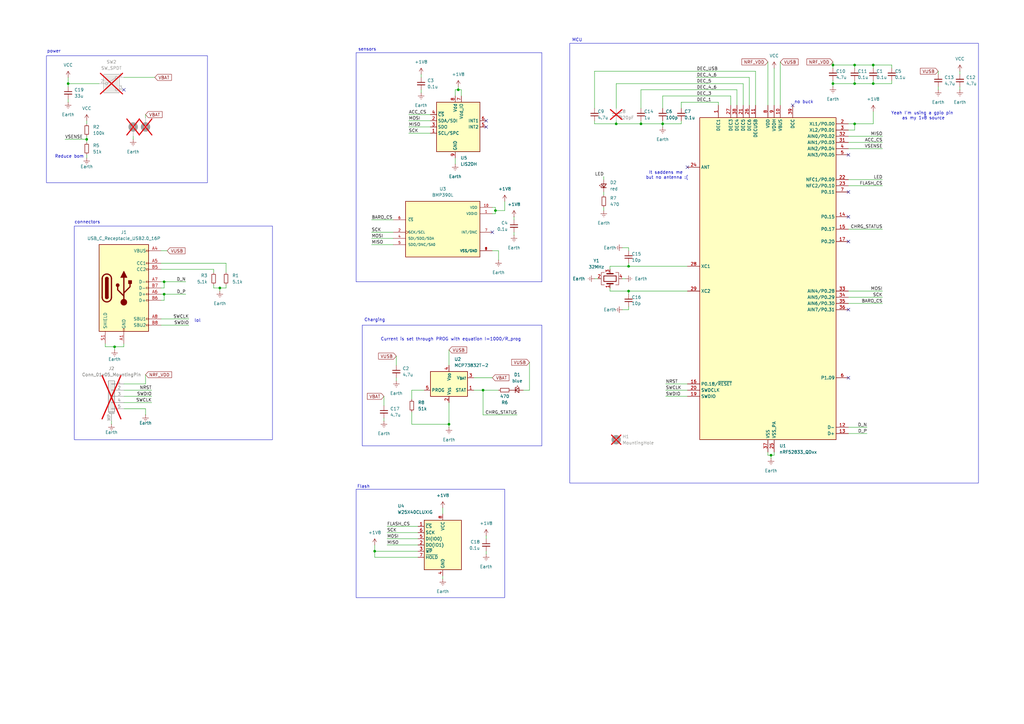
<source format=kicad_sch>
(kicad_sch (version 20231120) (generator "eeschema") (generator_version "8.0")
  (paper "A3")
  (lib_symbols
    (symbol "BMP390L:BMP390L" (pin_names (offset 1.016))
      (property "Reference" "U" (at -15.24 15.24 0))
      (property "Value" "BMP390L" (at -15.24 -15.24 0))
      (symbol "BMP390L_0_0"
        (pin power_in line (at 20.32 7.62 180) (length 5.08) (name "VDDIO") (number "1"))
        (pin power_in line (at 20.32 10.16 180) (length 5.08) (name "VDD") (number "10"))
        (pin input clock (at -20.32 0 0) (length 5.08) (name "SCK/SCL") (number "2"))
        (pin power_in line (at 20.32 -7.62 180) (length 5.08) (name "VSS/GND") (number "3"))
        (pin bidirectional line (at -20.32 -2.54 0) (length 5.08) (name "SDI/SDO/SDA") (number "4"))
        (pin bidirectional line (at -20.32 -5.08 0) (length 5.08) (name "SDO/DNC/SA0") (number "5"))
        (pin input line (at -20.32 5.08 0) (length 5.08) (name "~{CS}") (number "6"))
        (pin output line (at 20.32 0 180) (length 5.08) (name "INT/DNC") (number "7"))
        (pin power_in line (at 20.32 -7.62 180) (length 5.08) (name "VSS/GND") (number "8"))
        (pin power_in line (at 20.32 -7.62 180) (length 5.08) (name "VSS/GND") (number "9"))
      )
    )
    (symbol "Battery_Management:MCP73832-2-OT"
      (property "Reference" "U" (at -7.62 6.35 0))
      (property "Value" "MCP73832-2-OT" (at 1.27 6.35 0))
      (symbol "MCP73832-2-OT_1_1"
        (pin open_collector line (at 10.16 -2.54 180) (length 2.54) (name "STAT") (number "1"))
        (pin power_in line (at 0 -7.62 90) (length 2.54) (name "V_{SS}") (number "2"))
        (pin power_out line (at 10.16 2.54 180) (length 2.54) (name "V_{BAT}") (number "3"))
        (pin power_in line (at 0 7.62 270) (length 2.54) (name "V_{DD}") (number "4"))
        (pin input line (at -10.16 -2.54 0) (length 2.54) (name "PROG") (number "5"))
      )
    )
    (symbol "Connector:USB_C_Receptacle_USB2.0_16P" (pin_names (offset 1.016))
      (property "Reference" "J" (at 0 22.225 0))
      (property "Value" "USB_C_Receptacle_USB2.0_16P" (at 0 19.685 0))
      (symbol "USB_C_Receptacle_USB2.0_16P_1_1"
        (pin passive line (at 0 -22.86 90) (length 5.08) (name "GND") (number "A1"))
        (pin passive line (at 0 -22.86 90) (length 5.08) hide (name "GND") (number "A12"))
        (pin passive line (at 15.24 15.24 180) (length 5.08) (name "VBUS") (number "A4"))
        (pin bidirectional line (at 15.24 10.16 180) (length 5.08) (name "CC1") (number "A5"))
        (pin bidirectional line (at 15.24 -2.54 180) (length 5.08) (name "D+") (number "A6"))
        (pin bidirectional line (at 15.24 2.54 180) (length 5.08) (name "D-") (number "A7"))
        (pin bidirectional line (at 15.24 -12.7 180) (length 5.08) (name "SBU1") (number "A8"))
        (pin passive line (at 15.24 15.24 180) (length 5.08) hide (name "VBUS") (number "A9"))
        (pin passive line (at 0 -22.86 90) (length 5.08) hide (name "GND") (number "B1"))
        (pin passive line (at 0 -22.86 90) (length 5.08) hide (name "GND") (number "B12"))
        (pin passive line (at 15.24 15.24 180) (length 5.08) hide (name "VBUS") (number "B4"))
        (pin bidirectional line (at 15.24 7.62 180) (length 5.08) (name "CC2") (number "B5"))
        (pin bidirectional line (at 15.24 -5.08 180) (length 5.08) (name "D+") (number "B6"))
        (pin bidirectional line (at 15.24 0 180) (length 5.08) (name "D-") (number "B7"))
        (pin bidirectional line (at 15.24 -15.24 180) (length 5.08) (name "SBU2") (number "B8"))
        (pin passive line (at 15.24 15.24 180) (length 5.08) hide (name "VBUS") (number "B9"))
        (pin passive line (at -7.62 -22.86 90) (length 5.08) (name "SHIELD") (number "S1"))
      )
    )
    (symbol "Connector_Generic_MountingPin:Conn_01x05_MountingPin" (pin_names (offset 1.016) hide)
      (property "Reference" "J" (at 0 7.62 0))
      (property "Value" "Conn_01x05_MountingPin" (at 1.27 -7.62 0))
      (symbol "Conn_01x05_MountingPin_1_1"
        (text "Mounting" (at 0 -6.731 0) (effects (font (size 0.381 0.381))))
        (pin passive line (at -5.08 5.08 0) (length 3.81) (name "Pin_1") (number "1"))
        (pin passive line (at -5.08 2.54 0) (length 3.81) (name "Pin_2") (number "2"))
        (pin passive line (at -5.08 0 0) (length 3.81) (name "Pin_3") (number "3"))
        (pin passive line (at -5.08 -2.54 0) (length 3.81) (name "Pin_4") (number "4"))
        (pin passive line (at -5.08 -5.08 0) (length 3.81) (name "Pin_5") (number "5"))
        (pin passive line (at 0 -10.16 90) (length 3.048) (name "MountPin") (number "MP"))
      )
    )
    (symbol "Device:C_Small" (pin_numbers hide) (pin_names (offset 0.254) hide)
      (property "Reference" "C" (at 0.254 1.778 0))
      (property "Value" "C_Small" (at 0.254 -2.032 0))
      (symbol "C_Small_1_1"
        (pin passive line (at 0 2.54 270) (length 2.032) (name "~") (number "1"))
        (pin passive line (at 0 -2.54 90) (length 2.032) (name "~") (number "2"))
      )
    )
    (symbol "Device:Crystal_GND24" (pin_names (offset 1.016) hide)
      (property "Reference" "Y" (at 3.175 5.08 0))
      (property "Value" "Crystal_GND24" (at 3.175 3.175 0))
      (symbol "Crystal_GND24_1_1"
        (pin passive line (at -3.81 0 0) (length 1.27) (name "1") (number "1"))
        (pin passive line (at 0 5.08 270) (length 1.27) (name "2") (number "2"))
        (pin passive line (at 3.81 0 180) (length 1.27) (name "3") (number "3"))
        (pin passive line (at 0 -5.08 90) (length 1.27) (name "4") (number "4"))
      )
    )
    (symbol "Device:LED_Small" (pin_numbers hide) (pin_names (offset 0.254) hide)
      (property "Reference" "D" (at -1.27 3.175 0))
      (property "Value" "LED_Small" (at -4.445 -2.54 0))
      (symbol "LED_Small_1_1"
        (pin passive line (at -2.54 0 0) (length 1.778) (name "K") (number "1"))
        (pin passive line (at 2.54 0 180) (length 1.778) (name "A") (number "2"))
      )
    )
    (symbol "Device:R_Small" (pin_numbers hide) (pin_names (offset 0.254) hide)
      (property "Reference" "R" (at 0.762 0.508 0))
      (property "Value" "R_Small" (at 0.762 -1.016 0))
      (symbol "R_Small_1_1"
        (pin passive line (at 0 2.54 270) (length 0.762) (name "~") (number "1"))
        (pin passive line (at 0 -2.54 90) (length 0.762) (name "~") (number "2"))
      )
    )
    (symbol "MCU_Nordic:nRF52833_QDxx"
      (property "Reference" "U" (at 0 5.08 0))
      (property "Value" "nRF52833_QDxx" (at 0 2.54 0))
      (symbol "nRF52833_QDxx_1_1"
        (pin passive line (at -20.32 71.12 270) (length 5.08) (name "DEC1") (number "1"))
        (pin power_in line (at 5.08 71.12 270) (length 5.08) (name "VBUS") (number "10"))
        (pin passive line (at -5.08 71.12 270) (length 5.08) (name "DECUSB") (number "11"))
        (pin bidirectional line (at 33.02 -60.96 180) (length 5.08) (name "D-") (number "12"))
        (pin bidirectional line (at 33.02 -63.5 180) (length 5.08) (name "D+") (number "13"))
        (pin bidirectional line (at 33.02 25.4 180) (length 5.08) (name "P0.15") (number "14"))
        (pin bidirectional line (at 33.02 20.32 180) (length 5.08) (name "P0.17") (number "15"))
        (pin bidirectional line (at -33.02 -43.18 0) (length 5.08) (name "P0.18/~{RESET}") (number "16"))
        (pin bidirectional line (at 33.02 15.24 180) (length 5.08) (name "P0.20") (number "17"))
        (pin passive line (at 0 71.12 270) (length 5.08) hide (name "VDD") (number "18"))
        (pin bidirectional line (at -33.02 -48.26 0) (length 5.08) (name "SWDIO") (number "19"))
        (pin bidirectional line (at 33.02 63.5 180) (length 5.08) (name "XL1/P0.00") (number "2"))
        (pin input line (at -33.02 -45.72 0) (length 5.08) (name "SWDCLK") (number "20"))
        (pin passive line (at -10.16 71.12 270) (length 5.08) (name "DEC5") (number "21"))
        (pin bidirectional line (at 33.02 40.64 180) (length 5.08) (name "NFC1/P0.09") (number "22"))
        (pin bidirectional line (at 33.02 38.1 180) (length 5.08) (name "NFC2/P0.10") (number "23"))
        (pin passive line (at -33.02 45.72 0) (length 5.08) (name "ANT") (number "24"))
        (pin power_in line (at 2.54 -71.12 90) (length 5.08) (name "VSS_PA") (number "25"))
        (pin passive line (at -7.62 71.12 270) (length 5.08) (name "DEC6") (number "26"))
        (pin passive line (at -15.24 71.12 270) (length 5.08) (name "DEC3") (number "27"))
        (pin input line (at -33.02 5.08 0) (length 5.08) (name "XC1") (number "28"))
        (pin input line (at -33.02 -5.08 0) (length 5.08) (name "XC2") (number "29"))
        (pin bidirectional line (at 33.02 60.96 180) (length 5.08) (name "XL2/P0.01") (number "3"))
        (pin passive line (at 0 71.12 270) (length 5.08) hide (name "VDD") (number "30"))
        (pin bidirectional line (at 33.02 55.88 180) (length 5.08) (name "AIN1/P0.03") (number "31"))
        (pin bidirectional line (at 33.02 58.42 180) (length 5.08) (name "AIN0/P0.02") (number "32"))
        (pin bidirectional line (at 33.02 -5.08 180) (length 5.08) (name "AIN4/P0.28") (number "33"))
        (pin bidirectional line (at 33.02 -7.62 180) (length 5.08) (name "AIN5/P0.29") (number "34"))
        (pin bidirectional line (at 33.02 -10.16 180) (length 5.08) (name "AIN6/P0.30") (number "35"))
        (pin bidirectional line (at 33.02 -12.7 180) (length 5.08) (name "AIN7/P0.31") (number "36"))
        (pin power_in line (at 0 -71.12 90) (length 5.08) (name "VSS") (number "37"))
        (pin passive line (at -12.7 71.12 270) (length 5.08) (name "DEC4") (number "38"))
        (pin power_out line (at 10.16 71.12 270) (length 5.08) (name "DCC") (number "39"))
        (pin bidirectional line (at 33.02 53.34 180) (length 5.08) (name "AIN2/P0.04") (number "4"))
        (pin passive line (at 0 71.12 270) (length 5.08) hide (name "VDD") (number "40"))
        (pin passive line (at 0 -71.12 90) (length 5.08) hide (name "VSS") (number "41"))
        (pin bidirectional line (at 33.02 50.8 180) (length 5.08) (name "AIN3/P0.05") (number "5"))
        (pin bidirectional line (at 33.02 -40.64 180) (length 5.08) (name "P1.09") (number "6"))
        (pin bidirectional line (at 33.02 35.56 180) (length 5.08) (name "P0.11") (number "7"))
        (pin power_in line (at 0 71.12 270) (length 5.08) (name "VDD") (number "8"))
        (pin power_in line (at 2.54 71.12 270) (length 5.08) (name "VDDH") (number "9"))
      )
    )
    (symbol "Mechanical:MountingHole" (pin_names (offset 1.016)) (exclude_from_sim yes) (in_bom no)
      (property "Reference" "H" (at 0 5.08 0))
      (property "Value" "MountingHole" (at 0 3.175 0))
    )
    (symbol "Mechanical:MountingHole_Pad" (pin_numbers hide) (pin_names (offset 1.016) hide) (exclude_from_sim yes) (in_bom no)
      (property "Reference" "H" (at 0 6.35 0))
      (property "Value" "MountingHole_Pad" (at 0 4.445 0))
      (symbol "MountingHole_Pad_1_1"
        (pin input line (at 0 -2.54 90) (length 2.54) (name "1") (number "1"))
      )
    )
    (symbol "Memory_Flash:W25X40CLSS"
      (property "Reference" "U" (at -7.62 10.16 0))
      (property "Value" "W25X40CLSS" (at 2.54 10.16 0))
      (symbol "W25X40CLSS_1_1"
        (pin input line (at -10.16 7.62 0) (length 2.54) (name "~{CS}") (number "1"))
        (pin bidirectional line (at -10.16 0 0) (length 2.54) (name "DO(IO1)") (number "2"))
        (pin bidirectional line (at -10.16 -2.54 0) (length 2.54) (name "~{WP}") (number "3"))
        (pin power_in line (at 0 -12.7 90) (length 2.54) (name "GND") (number "4"))
        (pin bidirectional line (at -10.16 2.54 0) (length 2.54) (name "DI(IO0)") (number "5"))
        (pin input line (at -10.16 5.08 0) (length 2.54) (name "SCK") (number "6"))
        (pin bidirectional line (at -10.16 -5.08 0) (length 2.54) (name "~{HOLD}") (number "7"))
        (pin power_in line (at 0 12.7 270) (length 2.54) (name "VCC") (number "8"))
      )
    )
    (symbol "Sensor_Motion:LIS2DH"
      (property "Reference" "U" (at -8.89 11.43 0))
      (property "Value" "LIS2DH" (at 3.81 11.43 0))
      (symbol "LIS2DH_1_1"
        (pin input line (at -10.16 -2.54 0) (length 2.54) (name "SCL/SPC") (number "1"))
        (pin passive line (at 0 -12.7 90) (length 2.54) hide (name "GND") (number "10"))
        (pin passive line (at 0 -12.7 90) (length 2.54) hide (name "GND") (number "11"))
        (pin passive line (at 0 -12.7 90) (length 2.54) hide (name "GND") (number "12"))
        (pin passive line (at 0 -12.7 90) (length 2.54) hide (name "GND") (number "13"))
        (pin passive line (at 0 -12.7 90) (length 2.54) hide (name "GND") (number "14"))
        (pin bidirectional line (at -10.16 2.54 0) (length 2.54) (name "SDA/SDI") (number "2"))
        (pin output line (at -10.16 0 0) (length 2.54) (name "SDO") (number "3"))
        (pin input line (at -10.16 5.08 0) (length 2.54) (name "~{CS}") (number "4"))
        (pin output line (at 12.7 0 180) (length 2.54) (name "INT2") (number "5"))
        (pin output line (at 12.7 2.54 180) (length 2.54) (name "INT1") (number "6"))
        (pin power_in line (at 2.54 12.7 270) (length 2.54) (name "Vdd_IO") (number "7"))
        (pin power_in line (at 0 12.7 270) (length 2.54) (name "Vdd") (number "8"))
        (pin power_in line (at 0 -12.7 90) (length 2.54) (name "GND") (number "9"))
      )
    )
    (symbol "Switch:SW_SPDT" (pin_names (offset 0) hide)
      (property "Reference" "SW" (at 0 5.08 0))
      (property "Value" "SW_SPDT" (at 0 -5.08 0))
      (symbol "SW_SPDT_1_1"
        (pin passive line (at 5.08 2.54 180) (length 2.54) (name "A") (number "1"))
        (pin passive line (at -5.08 0 0) (length 2.54) (name "B") (number "2"))
        (pin passive line (at 5.08 -2.54 180) (length 2.54) (name "C") (number "3"))
      )
    )
    (symbol "power:+1V8" (power) (pin_numbers hide) (pin_names (offset 0) hide)
      (property "Value" "+1V8" (at 0 3.556 0))
      (symbol "+1V8_1_1"
        (pin power_in line (at 0 0 90) (length 0) (name "~") (number "1"))
      )
    )
    (symbol "power:Earth" (power) (pin_numbers hide) (pin_names (offset 0) hide)
      (property "Value" "Earth" (at 0 -3.81 0))
      (symbol "Earth_1_1"
        (pin power_in line (at 0 0 270) (length 0) (name "~") (number "1"))
      )
    )
    (symbol "power:VCC" (power) (pin_numbers hide) (pin_names (offset 0) hide)
      (property "Value" "VCC" (at 0 3.556 0))
      (symbol "VCC_1_1"
        (pin power_in line (at 0 0 90) (length 0) (name "~") (number "1"))
      )
    )
  )
  (junction (at 257.81 109.22))
  (junction (at 358.14 26.67))
  (junction (at 67.31 120.65))
  (junction (at 153.67 226.06))
  (junction (at 203.2 86.36))
  (junction (at 35.56 57.15))
  (junction (at 341.63 26.67))
  (junction (at 27.94 34.29))
  (junction (at 350.52 50.8))
  (junction (at 198.12 160.02))
  (junction (at 350.52 34.29))
  (junction (at 252.73 50.8))
  (junction (at 316.23 186.69))
  (junction (at 184.15 173.99))
  (junction (at 187.96 36.83))
  (junction (at 257.81 119.38))
  (junction (at 341.63 34.29))
  (junction (at 271.78 50.8))
  (junction (at 67.31 115.57))
  (junction (at 262.89 50.8))
  (junction (at 350.52 26.67))
  (junction (at 46.99 142.24))
  (junction (at 90.17 118.11))
  (junction (at 358.14 34.29))
  (no_connect (at 347.98 88.9))
  (no_connect (at 325.12 43.18))
  (no_connect (at 347.98 127))
  (no_connect (at 347.98 63.5))
  (no_connect (at 347.98 99.06))
  (no_connect (at 199.39 49.53))
  (no_connect (at 201.93 95.25))
  (no_connect (at 347.98 78.74))
  (no_connect (at 281.94 68.58))
  (no_connect (at 199.39 52.07))
  (no_connect (at 50.8 36.83))
  (no_connect (at 347.98 154.94))
  (wire (pts (xy 384.81 35.56) (xy 384.81 36.83)))
  (wire (pts (xy 27.94 40.64) (xy 27.94 41.91)))
  (wire (pts (xy 59.69 153.67) (xy 59.69 157.48)))
  (wire (pts (xy 341.63 26.67) (xy 341.63 27.94)))
  (wire (pts (xy 347.98 175.26) (xy 355.6 175.26)))
  (wire (pts (xy 59.69 46.99) (xy 59.69 48.26)))
  (wire (pts (xy 66.04 123.19) (xy 67.31 123.19)))
  (wire (pts (xy 210.82 95.25) (xy 210.82 96.52)))
  (wire (pts (xy 294.64 43.18) (xy 294.64 41.91)))
  (wire (pts (xy 257.81 127) (xy 255.27 127)))
  (wire (pts (xy 181.61 210.82) (xy 181.61 208.28)))
  (wire (pts (xy 198.12 160.02) (xy 204.47 160.02)))
  (wire (pts (xy 347.98 58.42) (xy 361.95 58.42)))
  (wire (pts (xy 257.81 119.38) (xy 250.19 119.38)))
  (wire (pts (xy 243.84 29.21) (xy 309.88 29.21)))
  (wire (pts (xy 194.31 154.94) (xy 201.93 154.94)))
  (wire (pts (xy 384.81 29.21) (xy 384.81 30.48)))
  (wire (pts (xy 158.75 215.9) (xy 171.45 215.9)))
  (wire (pts (xy 252.73 34.29) (xy 304.8 34.29)))
  (wire (pts (xy 257.81 119.38) (xy 257.81 120.65)))
  (wire (pts (xy 350.52 50.8) (xy 358.14 50.8)))
  (wire (pts (xy 152.4 97.79) (xy 161.29 97.79)))
  (wire (pts (xy 184.15 165.1) (xy 184.15 173.99)))
  (wire (pts (xy 214.63 160.02) (xy 217.17 160.02)))
  (wire (pts (xy 350.52 53.34) (xy 350.52 50.8)))
  (wire (pts (xy 54.61 55.88) (xy 54.61 57.15)))
  (wire (pts (xy 279.4 49.53) (xy 279.4 50.8)))
  (wire (pts (xy 257.81 109.22) (xy 281.94 109.22)))
  (wire (pts (xy 35.56 63.5) (xy 35.56 64.77)))
  (wire (pts (xy 43.18 142.24) (xy 46.99 142.24)))
  (wire (pts (xy 250.19 109.22) (xy 250.19 110.49)))
  (wire (pts (xy 273.05 162.56) (xy 281.94 162.56)))
  (wire (pts (xy 203.2 86.36) (xy 203.2 87.63)))
  (wire (pts (xy 162.56 154.94) (xy 162.56 156.21)))
  (wire (pts (xy 341.63 34.29) (xy 350.52 34.29)))
  (wire (pts (xy 153.67 226.06) (xy 171.45 226.06)))
  (wire (pts (xy 341.63 33.02) (xy 341.63 34.29)))
  (wire (pts (xy 317.5 27.94) (xy 317.5 43.18)))
  (wire (pts (xy 243.84 44.45) (xy 243.84 29.21)))
  (wire (pts (xy 158.75 218.44) (xy 171.45 218.44)))
  (wire (pts (xy 347.98 73.66) (xy 361.95 73.66)))
  (wire (pts (xy 317.5 185.42) (xy 317.5 186.69)))
  (wire (pts (xy 262.89 36.83) (xy 262.89 44.45)))
  (wire (pts (xy 189.23 36.83) (xy 187.96 36.83)))
  (wire (pts (xy 186.69 64.77) (xy 186.69 67.31)))
  (wire (pts (xy 153.67 228.6) (xy 171.45 228.6)))
  (wire (pts (xy 167.64 52.07) (xy 176.53 52.07)))
  (wire (pts (xy 59.69 167.64) (xy 59.69 170.18)))
  (wire (pts (xy 189.23 39.37) (xy 189.23 36.83)))
  (wire (pts (xy 157.48 171.45) (xy 157.48 172.72)))
  (wire (pts (xy 314.96 186.69) (xy 316.23 186.69)))
  (wire (pts (xy 358.14 33.02) (xy 358.14 34.29)))
  (wire (pts (xy 199.39 219.71) (xy 199.39 220.98)))
  (wire (pts (xy 198.12 170.18) (xy 212.09 170.18)))
  (wire (pts (xy 281.94 119.38) (xy 257.81 119.38)))
  (wire (pts (xy 358.14 34.29) (xy 365.76 34.29)))
  (wire (pts (xy 162.56 146.05) (xy 162.56 149.86)))
  (wire (pts (xy 87.63 116.84) (xy 87.63 118.11)))
  (wire (pts (xy 358.14 50.8) (xy 358.14 45.72)))
  (wire (pts (xy 66.04 110.49) (xy 87.63 110.49)))
  (wire (pts (xy 347.98 60.96) (xy 361.95 60.96)))
  (wire (pts (xy 252.73 50.8) (xy 262.89 50.8)))
  (wire (pts (xy 50.8 160.02) (xy 62.23 160.02)))
  (wire (pts (xy 257.81 101.6) (xy 255.27 101.6)))
  (wire (pts (xy 198.12 160.02) (xy 198.12 170.18)))
  (wire (pts (xy 67.31 120.65) (xy 76.2 120.65)))
  (wire (pts (xy 347.98 55.88) (xy 361.95 55.88)))
  (wire (pts (xy 257.81 107.95) (xy 257.81 109.22)))
  (wire (pts (xy 358.14 26.67) (xy 358.14 27.94)))
  (wire (pts (xy 204.47 102.87) (xy 204.47 106.68)))
  (wire (pts (xy 66.04 107.95) (xy 92.71 107.95)))
  (wire (pts (xy 273.05 160.02) (xy 281.94 160.02)))
  (wire (pts (xy 347.98 121.92) (xy 361.95 121.92)))
  (wire (pts (xy 186.69 36.83) (xy 186.69 39.37)))
  (wire (pts (xy 393.7 29.21) (xy 393.7 30.48)))
  (wire (pts (xy 187.96 36.83) (xy 186.69 36.83)))
  (wire (pts (xy 167.64 46.99) (xy 176.53 46.99)))
  (wire (pts (xy 347.98 76.2) (xy 361.95 76.2)))
  (wire (pts (xy 350.52 26.67) (xy 358.14 26.67)))
  (wire (pts (xy 157.48 162.56) (xy 157.48 166.37)))
  (wire (pts (xy 243.84 50.8) (xy 252.73 50.8)))
  (wire (pts (xy 152.4 95.25) (xy 161.29 95.25)))
  (wire (pts (xy 243.84 49.53) (xy 243.84 50.8)))
  (wire (pts (xy 152.4 90.17) (xy 161.29 90.17)))
  (wire (pts (xy 43.18 142.24) (xy 43.18 140.97)))
  (wire (pts (xy 341.63 25.4) (xy 341.63 26.67)))
  (wire (pts (xy 50.8 162.56) (xy 62.23 162.56)))
  (wire (pts (xy 309.88 43.18) (xy 309.88 29.21)))
  (wire (pts (xy 302.26 43.18) (xy 302.26 36.83)))
  (wire (pts (xy 347.98 177.8) (xy 355.6 177.8)))
  (wire (pts (xy 247.65 72.39) (xy 247.65 73.66)))
  (wire (pts (xy 181.61 236.22) (xy 181.61 237.49)))
  (wire (pts (xy 247.65 85.09) (xy 247.65 86.36)))
  (wire (pts (xy 271.78 39.37) (xy 271.78 44.45)))
  (wire (pts (xy 347.98 93.98) (xy 361.95 93.98)))
  (wire (pts (xy 252.73 34.29) (xy 252.73 44.45)))
  (wire (pts (xy 307.34 43.18) (xy 307.34 31.75)))
  (wire (pts (xy 172.72 36.83) (xy 172.72 38.1)))
  (wire (pts (xy 27.94 34.29) (xy 27.94 31.75)))
  (wire (pts (xy 201.93 85.09) (xy 203.2 85.09)))
  (wire (pts (xy 153.67 226.06) (xy 153.67 223.52)))
  (wire (pts (xy 271.78 50.8) (xy 271.78 52.07)))
  (wire (pts (xy 26.67 57.15) (xy 35.56 57.15)))
  (wire (pts (xy 194.31 160.02) (xy 198.12 160.02)))
  (wire (pts (xy 27.94 34.29) (xy 27.94 35.56)))
  (wire (pts (xy 87.63 118.11) (xy 90.17 118.11)))
  (wire (pts (xy 66.04 130.81) (xy 77.47 130.81)))
  (wire (pts (xy 46.99 142.24) (xy 50.8 142.24)))
  (wire (pts (xy 210.82 88.9) (xy 210.82 90.17)))
  (wire (pts (xy 67.31 123.19) (xy 67.31 120.65)))
  (wire (pts (xy 173.99 160.02) (xy 168.91 160.02)))
  (wire (pts (xy 262.89 36.83) (xy 302.26 36.83)))
  (wire (pts (xy 207.01 86.36) (xy 207.01 82.55)))
  (wire (pts (xy 35.56 49.53) (xy 35.56 50.8)))
  (wire (pts (xy 168.91 160.02) (xy 168.91 163.83)))
  (wire (pts (xy 316.23 186.69) (xy 316.23 187.96)))
  (wire (pts (xy 347.98 50.8) (xy 350.52 50.8)))
  (wire (pts (xy 152.4 100.33) (xy 161.29 100.33)))
  (wire (pts (xy 347.98 53.34) (xy 350.52 53.34)))
  (wire (pts (xy 203.2 86.36) (xy 207.01 86.36)))
  (wire (pts (xy 262.89 50.8) (xy 271.78 50.8)))
  (wire (pts (xy 304.8 34.29) (xy 304.8 43.18)))
  (wire (pts (xy 350.52 26.67) (xy 350.52 27.94)))
  (wire (pts (xy 35.56 55.88) (xy 35.56 57.15)))
  (wire (pts (xy 252.73 49.53) (xy 252.73 50.8)))
  (wire (pts (xy 245.11 114.3) (xy 243.84 114.3)))
  (wire (pts (xy 279.4 44.45) (xy 279.4 41.91)))
  (wire (pts (xy 273.05 157.48) (xy 281.94 157.48)))
  (wire (pts (xy 250.19 109.22) (xy 257.81 109.22)))
  (wire (pts (xy 271.78 39.37) (xy 299.72 39.37)))
  (wire (pts (xy 66.04 133.35) (xy 77.47 133.35)))
  (wire (pts (xy 341.63 34.29) (xy 341.63 35.56)))
  (wire (pts (xy 158.75 220.98) (xy 171.45 220.98)))
  (wire (pts (xy 365.76 33.02) (xy 365.76 34.29)))
  (wire (pts (xy 203.2 85.09) (xy 203.2 86.36)))
  (wire (pts (xy 341.63 26.67) (xy 350.52 26.67)))
  (wire (pts (xy 320.04 25.4) (xy 320.04 43.18)))
  (wire (pts (xy 262.89 49.53) (xy 262.89 50.8)))
  (wire (pts (xy 90.17 118.11) (xy 92.71 118.11)))
  (wire (pts (xy 257.81 102.87) (xy 257.81 101.6)))
  (wire (pts (xy 168.91 168.91) (xy 168.91 173.99)))
  (wire (pts (xy 45.72 172.72) (xy 45.72 173.99)))
  (wire (pts (xy 50.8 31.75) (xy 63.5 31.75)))
  (wire (pts (xy 87.63 110.49) (xy 87.63 111.76)))
  (wire (pts (xy 250.19 119.38) (xy 250.19 118.11)))
  (wire (pts (xy 187.96 35.56) (xy 187.96 36.83)))
  (wire (pts (xy 67.31 115.57) (xy 76.2 115.57)))
  (wire (pts (xy 50.8 157.48) (xy 59.69 157.48)))
  (wire (pts (xy 153.67 228.6) (xy 153.67 226.06)))
  (wire (pts (xy 50.8 165.1) (xy 62.23 165.1)))
  (wire (pts (xy 299.72 43.18) (xy 299.72 39.37)))
  (wire (pts (xy 285.75 31.75) (xy 307.34 31.75)))
  (wire (pts (xy 168.91 173.99) (xy 184.15 173.99)))
  (wire (pts (xy 50.8 142.24) (xy 50.8 140.97)))
  (wire (pts (xy 347.98 124.46) (xy 361.95 124.46)))
  (wire (pts (xy 35.56 57.15) (xy 35.56 58.42)))
  (wire (pts (xy 46.99 142.24) (xy 46.99 143.51)))
  (wire (pts (xy 90.17 118.11) (xy 90.17 119.38)))
  (wire (pts (xy 217.17 160.02) (xy 217.17 148.59)))
  (wire (pts (xy 365.76 27.94) (xy 365.76 26.67)))
  (wire (pts (xy 350.52 34.29) (xy 358.14 34.29)))
  (wire (pts (xy 66.04 102.87) (xy 68.58 102.87)))
  (wire (pts (xy 66.04 120.65) (xy 67.31 120.65)))
  (wire (pts (xy 184.15 173.99) (xy 184.15 175.26)))
  (wire (pts (xy 172.72 30.48) (xy 172.72 31.75)))
  (wire (pts (xy 314.96 43.18) (xy 314.96 25.4)))
  (wire (pts (xy 314.96 185.42) (xy 314.96 186.69)))
  (wire (pts (xy 184.15 143.51) (xy 184.15 149.86)))
  (wire (pts (xy 316.23 186.69) (xy 317.5 186.69)))
  (wire (pts (xy 247.65 78.74) (xy 247.65 80.01)))
  (wire (pts (xy 50.8 167.64) (xy 59.69 167.64)))
  (wire (pts (xy 92.71 107.95) (xy 92.71 111.76)))
  (wire (pts (xy 201.93 102.87) (xy 204.47 102.87)))
  (wire (pts (xy 40.64 34.29) (xy 27.94 34.29)))
  (wire (pts (xy 167.64 49.53) (xy 176.53 49.53)))
  (wire (pts (xy 393.7 35.56) (xy 393.7 36.83)))
  (wire (pts (xy 201.93 87.63) (xy 203.2 87.63)))
  (wire (pts (xy 271.78 50.8) (xy 279.4 50.8)))
  (wire (pts (xy 347.98 119.38) (xy 361.95 119.38)))
  (wire (pts (xy 255.27 114.3) (xy 256.54 114.3)))
  (wire (pts (xy 257.81 125.73) (xy 257.81 127)))
  (wire (pts (xy 158.75 223.52) (xy 171.45 223.52)))
  (wire (pts (xy 279.4 41.91) (xy 294.64 41.91)))
  (wire (pts (xy 92.71 118.11) (xy 92.71 116.84)))
  (wire (pts (xy 167.64 54.61) (xy 176.53 54.61)))
  (wire (pts (xy 67.31 118.11) (xy 67.31 115.57)))
  (wire (pts (xy 271.78 49.53) (xy 271.78 50.8)))
  (wire (pts (xy 350.52 33.02) (xy 350.52 34.29)))
  (wire (pts (xy 66.04 115.57) (xy 67.31 115.57)))
  (wire (pts (xy 66.04 118.11) (xy 67.31 118.11)))
  (wire (pts (xy 199.39 226.06) (xy 199.39 227.33)))
  (wire (pts (xy 358.14 26.67) (xy 365.76 26.67)))
  (rectangle (start 233.68 17.78) (end 401.32 198.12))
  (rectangle (start 146.05 21.59) (end 222.25 115.57))
  (rectangle (start 19.05 22.86) (end 85.09 74.93))
  (rectangle (start 30.48 92.71) (end 111.76 180.34))
  (rectangle (start 146.05 200.66) (end 207.01 245.11))
  (rectangle (start 148.59 133.35) (end 222.25 182.88))
  (text "Reduce bom" (at 28.448 64.262 0) (effects (font (size 1.27 1.27))))
  (text "Yeah I'm using a gpio pin \nas my 1v8 source" (at 378.714 47.498 0) (effects (font (size 1.27 1.27))))
  (text "no buck" (at 329.692 41.91 0) (effects (font (size 1.27 1.27))))
  (text "lol" (at 81.026 131.572 0) (effects (font (size 1.27 1.27))))
  (text "power" (at 22.098 21.082 0) (effects (font (size 1.27 1.27))))
  (text "Charging" (at 153.67 131.318 0) (effects (font (size 1.27 1.27))))
  (text "It saddens me \nbut no antenna :(" (at 273.558 71.882 0) (effects (font (size 1.27 1.27))))
  (text "Current is set through PROG with equation I=1000/R_prog" (at 184.912 139.192 0) (effects (font (size 1.27 1.27))))
  (text "MCU" (at 236.728 16.51 0) (effects (font (size 1.27 1.27))))
  (text "connectors" (at 35.814 91.186 0) (effects (font (size 1.27 1.27))))
  (text "Flash" (at 149.098 199.644 0) (effects (font (size 1.27 1.27))))
  (text "sensors" (at 150.622 20.32 0) (effects (font (size 1.27 1.27))))
  (label "LED" (at 247.65 72.39 180))
  (label "D_P" (at 76.2 120.65 180))
  (label "SWDIO" (at 77.47 133.35 180))
  (label "MOSI" (at 361.95 119.38 180))
  (label "CHRG_STATUS" (at 212.09 170.18 180))
  (label "ACC_CS" (at 167.64 46.99 0))
  (label "SCK" (at 167.64 54.61 0))
  (label "SWCLK" (at 273.05 160.02 0))
  (label "VSENSE" (at 361.95 60.96 180))
  (label "SWCLK" (at 62.23 165.1 180))
  (label "CHRG_STATUS" (at 361.95 93.98 180))
  (label "FLASH_CS" (at 361.95 76.2 180))
  (label "MISO" (at 361.95 55.88 180))
  (label "SWDIO" (at 62.23 162.56 180))
  (label "DEC_3" (at 285.75 39.37 0))
  (label "D_N" (at 355.6 175.26 180))
  (label "NRST" (at 273.05 157.48 0))
  (label "BARO_CS" (at 152.4 90.17 0))
  (label "MISO" (at 158.75 223.52 0))
  (label "D_N" (at 76.2 115.57 180))
  (label "SCK" (at 152.4 95.25 0))
  (label "BARO_CS" (at 361.95 124.46 180))
  (label "SCK" (at 361.95 121.92 180))
  (label "MISO" (at 167.64 52.07 0))
  (label "MISO" (at 152.4 100.33 0))
  (label "SWDIO" (at 273.05 162.56 0))
  (label "DEC_1" (at 285.75 41.91 0))
  (label "LED" (at 361.95 73.66 180))
  (label "DEC_4_6" (at 285.75 36.83 0))
  (label "D_P" (at 355.6 177.8 180))
  (label "MOSI" (at 152.4 97.79 0))
  (label "SCK" (at 158.75 218.44 0))
  (label "NRST" (at 62.23 160.02 180))
  (label "DEC_USB" (at 285.75 29.21 0))
  (label "DEC_5" (at 285.75 34.29 0))
  (label "DEC_4_6" (at 285.75 31.75 0))
  (label "VSENSE" (at 26.67 57.15 0))
  (label "MOSI" (at 167.64 49.53 0))
  (label "MOSI" (at 158.75 220.98 0))
  (label "SWCLK" (at 77.47 130.81 180))
  (label "FLASH_CS" (at 158.75 215.9 0))
  (label "ACC_CS" (at 361.95 58.42 180))
  (global_label "VBAT" (shape input) (at 201.93 154.94 0) (property "Intersheetrefs" "${INTERSHEET_REFS}" (effects (hide yes))))
  (global_label "NRF_VDD" (shape input) (at 59.69 153.67 0) (property "Intersheetrefs" "${INTERSHEET_REFS}" (effects (hide yes))))
  (global_label "VBAT" (shape input) (at 63.5 31.75 0) (property "Intersheetrefs" "${INTERSHEET_REFS}" (effects (hide yes))))
  (global_label "VUSB" (shape input) (at 68.58 102.87 0) (property "Intersheetrefs" "${INTERSHEET_REFS}" (effects (hide yes))))
  (global_label "NRF_VDD" (shape input) (at 341.63 25.4 180) (property "Intersheetrefs" "${INTERSHEET_REFS}" (effects (hide yes))))
  (global_label "VUSB" (shape input) (at 184.15 143.51 0) (property "Intersheetrefs" "${INTERSHEET_REFS}" (effects (hide yes))))
  (global_label "VBAT" (shape input) (at 157.48 162.56 180) (property "Intersheetrefs" "${INTERSHEET_REFS}" (effects (hide yes))))
  (global_label "VUSB" (shape input) (at 384.81 29.21 180) (property "Intersheetrefs" "${INTERSHEET_REFS}" (effects (hide yes))))
  (global_label "VUSB" (shape input) (at 162.56 146.05 180) (property "Intersheetrefs" "${INTERSHEET_REFS}" (effects (hide yes))))
  (global_label "VUSB" (shape input) (at 320.04 25.4 0) (property "Intersheetrefs" "${INTERSHEET_REFS}" (effects (hide yes))))
  (global_label "NRF_VDD" (shape input) (at 314.96 25.4 180) (property "Intersheetrefs" "${INTERSHEET_REFS}" (effects (hide yes))))
  (global_label "VBAT" (shape input) (at 59.69 46.99 0) (property "Intersheetrefs" "${INTERSHEET_REFS}" (effects (hide yes))))
  (global_label "VUSB" (shape input) (at 217.17 148.59 180) (property "Intersheetrefs" "${INTERSHEET_REFS}" (effects (hide yes))))
  (symbol (lib_id "Device:C_Small") (at 157.48 168.91 0) (unit 1)
    (property "Reference" "C17" (at 160.02 167.6462 0) (effects (justify left)))
    (property "Value" "4.7u" (at 160.02 170.1862 0) (effects (justify left)))
    (property "Footprint" "Capacitor_SMD:C_0402_1005Metric" (effects (hide yes)))
    (property "Description" "Unpolarized capacitor, small symbol" (effects (hide yes)))
    (property "LCSC" "C23733" (effects (hide yes)))
  )
  (symbol (lib_id "power:Earth") (at 186.69 67.31 0) (unit 1)
    (property "Reference" "#PWR06" (effects (hide yes)))
    (property "Value" "Earth" (at 186.69 72.39 0))
    (property "Description" "Power symbol creates a global label with name \"Earth\"" (effects (hide yes)))
  )
  (symbol (lib_id "power:Earth") (at 162.56 156.21 0) (unit 1)
    (property "Reference" "#PWR020" (effects (hide yes)))
    (property "Value" "Earth" (at 162.56 161.29 0))
    (property "Description" "Power symbol creates a global label with name \"Earth\"" (effects (hide yes)))
  )
  (symbol (lib_id "power:+1V8") (at 172.72 30.48 0) (unit 1)
    (property "Reference" "#PWR07" (effects (hide yes)))
    (property "Value" "+1V8" (at 172.72 25.4 0))
    (property "Description" "Power symbol creates a global label with name \"+1V8\"" (effects (hide yes)))
  )
  (symbol (lib_id "Device:C_Small") (at 27.94 38.1 0) (unit 1)
    (property "Reference" "C19" (at 30.48 36.8362 0) (effects (justify left)))
    (property "Value" "33u" (at 30.48 39.3762 0) (effects (justify left)))
    (property "Footprint" "Capacitor_SMD:C_0805_2012Metric" (effects (hide yes)))
    (property "Description" "Unpolarized capacitor, small symbol" (effects (hide yes)))
    (property "LCSC" "C342635" (effects (hide yes)))
  )
  (symbol (lib_id "Device:C_Small") (at 262.89 46.99 180) (unit 1)
    (property "Reference" "C14" (at 264.16 45.72 0) (effects (justify right)))
    (property "Value" "1u" (at 264.16 48.26 0) (effects (justify right)))
    (property "Footprint" "Capacitor_SMD:C_0402_1005Metric" (effects (hide yes)))
    (property "Description" "Unpolarized capacitor, small symbol" (effects (hide yes)))
    (property "LCSC" "C52923" (effects (hide yes)))
  )
  (symbol (lib_id "Device:R_Small") (at 35.56 60.96 0) (unit 1)
    (property "Reference" "R5" (at 38.1 59.6899 0) (effects (justify left)))
    (property "Value" "51k" (at 38.1 62.2299 0) (effects (justify left)))
    (property "Footprint" "Resistor_SMD:R_0402_1005Metric" (effects (hide yes)))
    (property "Description" "Resistor, small symbol" (effects (hide yes)))
    (property "LCSC" "C25794" (effects (hide yes)))
  )
  (symbol (lib_id "power:Earth") (at 181.61 237.49 0) (unit 1)
    (property "Reference" "#PWR019" (effects (hide yes)))
    (property "Value" "Earth" (at 181.61 242.57 0))
    (property "Description" "Power symbol creates a global label with name \"Earth\"" (effects (hide yes)))
  )
  (symbol (lib_id "Device:R_Small") (at 35.56 53.34 0) (unit 1)
    (property "Reference" "R2" (at 38.1 52.0699 0) (effects (justify left)))
    (property "Value" "100k" (at 38.1 54.6099 0) (effects (justify left)))
    (property "Footprint" "Resistor_SMD:R_0402_1005Metric" (effects (hide yes)))
    (property "Description" "Resistor, small symbol" (effects (hide yes)))
    (property "LCSC" "C25741" (effects (hide yes)))
  )
  (symbol (lib_id "Device:C_Small") (at 350.52 30.48 180) (unit 1)
    (property "Reference" "C11" (at 351.79 29.21 0) (effects (justify right)))
    (property "Value" "0.1u" (at 351.79 31.75 0) (effects (justify right)))
    (property "Footprint" "Capacitor_SMD:C_0402_1005Metric" (effects (hide yes)))
    (property "Description" "Unpolarized capacitor, small symbol" (effects (hide yes)))
    (property "LCSC" "C1525" (effects (hide yes)))
  )
  (symbol (lib_id "power:Earth") (at 59.69 170.18 0) (unit 1)
    (property "Reference" "#PWR036" (effects (hide yes)))
    (property "Value" "Earth" (at 59.69 173.482 0))
    (property "Description" "Power symbol creates a global label with name \"Earth\"" (effects (hide yes)))
  )
  (symbol (lib_id "Device:Crystal_GND24") (at 250.19 114.3 90) (unit 1)
    (property "Reference" "Y1" (at 244.602 106.934 90))
    (property "Value" "32MHz" (at 244.602 109.474 90))
    (property "Footprint" "Crystal:Crystal_SMD_2016-4Pin_2.0x1.6mm" (effects (hide yes)))
    (property "Description" "Four pin crystal, GND on pins 2 and 4" (effects (hide yes)))
    (property "LCSC" "C388796" (effects (hide yes)))
  )
  (symbol (lib_id "power:Earth") (at 247.65 86.36 0) (unit 1)
    (property "Reference" "#PWR018" (effects (hide yes)))
    (property "Value" "Earth" (at 247.65 91.44 0))
    (property "Description" "Power symbol creates a global label with name \"Earth\"" (effects (hide yes)))
  )
  (symbol (lib_id "Device:R_Small") (at 87.63 114.3 0) (mirror x) (unit 1)
    (property "Reference" "R3" (at 85.09 113.0299 0) (effects (justify right)))
    (property "Value" "5.1k" (at 85.09 115.5699 0) (effects (justify right)))
    (property "Footprint" "Resistor_SMD:R_0402_1005Metric" (effects (hide yes)))
    (property "Description" "Resistor, small symbol" (effects (hide yes)))
    (property "LCSC" "C25905" (effects (hide yes)))
  )
  (symbol (lib_id "Device:C_Small") (at 210.82 92.71 0) (mirror y) (unit 1)
    (property "Reference" "C4" (at 208.28 91.4462 0) (effects (justify left)))
    (property "Value" "0.1u" (at 208.28 93.9862 0) (effects (justify left)))
    (property "Footprint" "Capacitor_SMD:C_0402_1005Metric" (effects (hide yes)))
    (property "Description" "Unpolarized capacitor, small symbol" (effects (hide yes)))
    (property "LCSC" "C1525" (effects (hide yes)))
  )
  (symbol (lib_id "power:VCC") (at 27.94 31.75 0) (unit 1)
    (property "Reference" "#PWR03" (effects (hide yes)))
    (property "Value" "VCC" (at 27.94 26.67 0))
    (property "Description" "Power symbol creates a global label with name \"VCC\"" (effects (hide yes)))
  )
  (symbol (lib_id "power:+1V8") (at 207.01 82.55 0) (unit 1)
    (property "Reference" "#PWR09" (effects (hide yes)))
    (property "Value" "+1V8" (at 207.01 77.47 0))
    (property "Description" "Power symbol creates a global label with name \"+1V8\"" (effects (hide yes)))
  )
  (symbol (lib_id "BMP390L:BMP390L") (at 181.61 95.25 0) (unit 1)
    (property "Reference" "U3" (at 181.61 77.47 0))
    (property "Value" "BMP390L" (at 181.61 80.01 0))
    (property "Footprint" "BMP390L:XDCR_BMP390L" (effects (hide yes)))
    (property "MF" "Bosch Sensortec" (effects (hide yes)))
    (property "MAXIMUM_PACKAGE_HEIGHT" "0.8 mm" (effects (hide yes)))
    (property "Package" "None" (effects (hide yes)))
    (property "Price" "None" (effects (hide yes)))
    (property "Check_prices" "https://www.snapeda.com/parts/BMP390L/Bosch+Sensortec/view-part/?ref=eda" (effects (hide yes)))
    (property "STANDARD" "Manufacturer Recommendation" (effects (hide yes)))
    (property "PARTREV" "1.7" (effects (hide yes)))
    (property "SnapEDA_Link" "https://www.snapeda.com/parts/BMP390L/Bosch+Sensortec/view-part/?ref=snap" (effects (hide yes)))
    (property "MP" "BMP390L" (effects (hide yes)))
    (property "Purchase-URL" "https://www.snapeda.com/api/url_track_click_mouser/?unipart_id=4817101&manufacturer=Bosch Sensortec&part_name=BMP390L&search_term=None" (effects (hide yes)))
    (property "Description_1" "\nPressure Sensor Development Tools Evaluation Shuttle Board for the BMP390L\n" (effects (hide yes)))
    (property "MANUFACTURER" "BOSCH" (effects (hide yes)))
    (property "Availability" "In Stock" (effects (hide yes)))
    (property "SNAPEDA_PN" "BMP390L" (effects (hide yes)))
    (property "LCSC" "C2684802" (effects (hide yes)))
  )
  (symbol (lib_id "power:VCC") (at 393.7 29.21 0) (unit 1)
    (property "Reference" "#PWR028" (effects (hide yes)))
    (property "Value" "VCC" (at 393.7 24.13 0))
    (property "Description" "Power symbol creates a global label with name \"VCC\"" (effects (hide yes)))
  )
  (symbol (lib_id "Device:R_Small") (at 92.71 114.3 0) (unit 1)
    (property "Reference" "R1" (at 95.25 113.0299 0) (effects (justify left)))
    (property "Value" "5.1k" (at 95.25 115.5699 0) (effects (justify left)))
    (property "Footprint" "Resistor_SMD:R_0402_1005Metric" (effects (hide yes)))
    (property "Description" "Resistor, small symbol" (effects (hide yes)))
    (property "LCSC" "C25905" (effects (hide yes)))
  )
  (symbol (lib_id "power:Earth") (at 90.17 119.38 0) (unit 1)
    (property "Reference" "#PWR01" (effects (hide yes)))
    (property "Value" "Earth" (at 90.17 124.46 0))
    (property "Description" "Power symbol creates a global label with name \"Earth\"" (effects (hide yes)))
  )
  (symbol (lib_id "Device:R_Small") (at 168.91 166.37 0) (unit 1)
    (property "Reference" "R8" (at 171.45 165.0999 0) (effects (justify left)))
    (property "Value" "51k" (at 171.45 167.6399 0) (effects (justify left)))
    (property "Footprint" "Resistor_SMD:R_0402_1005Metric" (effects (hide yes)))
    (property "Description" "Resistor, small symbol" (effects (hide yes)))
    (property "LCSC" "C25794" (effects (hide yes)))
  )
  (symbol (lib_id "Device:C_Small") (at 172.72 34.29 0) (unit 1)
    (property "Reference" "C3" (at 175.26 33.0262 0) (effects (justify left)))
    (property "Value" "0.1u" (at 175.26 35.5662 0) (effects (justify left)))
    (property "Footprint" "Capacitor_SMD:C_0402_1005Metric" (effects (hide yes)))
    (property "Description" "Unpolarized capacitor, small symbol" (effects (hide yes)))
    (property "LCSC" "C1525" (effects (hide yes)))
  )
  (symbol (lib_id "Device:C_Small") (at 393.7 33.02 180) (unit 1)
    (property "Reference" "C12" (at 396.24 31.75 0) (effects (justify right)))
    (property "Value" "4.7u" (at 396.24 34.29 0) (effects (justify right)))
    (property "Footprint" "Capacitor_SMD:C_0402_1005Metric" (effects (hide yes)))
    (property "Description" "Unpolarized capacitor, small symbol" (effects (hide yes)))
    (property "LCSC" "C23733" (effects (hide yes)))
  )
  (symbol (lib_id "Device:C_Small") (at 271.78 46.99 180) (unit 1)
    (property "Reference" "C6" (at 273.05 45.72 0) (effects (justify right)))
    (property "Value" "100p" (at 273.05 48.26 0) (effects (justify right)))
    (property "Footprint" "Capacitor_SMD:C_0402_1005Metric" (effects (hide yes)))
    (property "Description" "Unpolarized capacitor, small symbol" (effects (hide yes)))
    (property "LCSC" "C1546" (effects (hide yes)))
  )
  (symbol (lib_id "power:VCC") (at 317.5 27.94 0) (unit 1)
    (property "Reference" "#PWR026" (effects (hide yes)))
    (property "Value" "VCC" (at 317.5 22.86 0))
    (property "Description" "Power symbol creates a global label with name \"VCC\"" (effects (hide yes)))
  )
  (symbol (lib_id "Device:C_Small") (at 243.84 46.99 180) (unit 1)
    (property "Reference" "C9" (at 245.11 45.72 0) (effects (justify right)))
    (property "Value" "4.7u" (at 245.11 48.26 0) (effects (justify right)))
    (property "Footprint" "Capacitor_SMD:C_0402_1005Metric" (effects (hide yes)))
    (property "Description" "Unpolarized capacitor, small symbol" (effects (hide yes)))
    (property "LCSC" "C23733" (effects (hide yes)))
  )
  (symbol (lib_id "Device:C_Small") (at 279.4 46.99 180) (unit 1)
    (property "Reference" "C7" (at 280.67 45.72 0) (effects (justify right)))
    (property "Value" "0.1u" (at 280.67 48.26 0) (effects (justify right)))
    (property "Footprint" "Capacitor_SMD:C_0402_1005Metric" (effects (hide yes)))
    (property "Description" "Unpolarized capacitor, small symbol" (effects (hide yes)))
    (property "LCSC" "C1525" (effects (hide yes)))
  )
  (symbol (lib_id "Battery_Management:MCP73832-2-OT") (at 184.15 157.48 0) (unit 1)
    (property "Reference" "U2" (at 186.3441 147.32 0) (effects (justify left)))
    (property "Value" "MCP73832T-2" (at 186.3441 149.86 0) (effects (justify left)))
    (property "Footprint" "Package_TO_SOT_SMD:SOT-23-5" (effects (hide yes)))
    (property "Datasheet" "http://ww1.microchip.com/downloads/en/DeviceDoc/20001984g.pdf" (effects (hide yes)))
    (property "Description" "Single cell, Li-Ion/Li-Po charge management controller, 4.20V, Open-Drain Status Output, in SOT23-5 package" (effects (hide yes)))
    (property "LCSC" "C38066" (effects (hide yes)))
  )
  (symbol (lib_id "power:Earth") (at 341.63 35.56 0) (unit 1)
    (property "Reference" "#PWR027" (effects (hide yes)))
    (property "Value" "Earth" (at 341.63 40.64 0))
    (property "Description" "Power symbol creates a global label with name \"Earth\"" (effects (hide yes)))
  )
  (symbol (lib_id "power:Earth") (at 184.15 175.26 0) (unit 1)
    (property "Reference" "#PWR04" (effects (hide yes)))
    (property "Value" "Earth" (at 184.15 180.34 0))
    (property "Description" "Power symbol creates a global label with name \"Earth\"" (effects (hide yes)))
  )
  (symbol (lib_id "power:+1V8") (at 358.14 45.72 0) (unit 1)
    (property "Reference" "#PWR015" (effects (hide yes)))
    (property "Value" "+1V8" (at 358.14 40.64 0))
    (property "Description" "Power symbol creates a global label with name \"+1V8\"" (effects (hide yes)))
  )
  (symbol (lib_id "power:Earth") (at 393.7 36.83 0) (unit 1)
    (property "Reference" "#PWR029" (effects (hide yes)))
    (property "Value" "Earth" (at 393.7 41.91 0))
    (property "Description" "Power symbol creates a global label with name \"Earth\"" (effects (hide yes)))
  )
  (symbol (lib_id "Connector_Generic_MountingPin:Conn_01x05_MountingPin") (at 45.72 162.56 0) (mirror y) (unit 1) (dnp yes)
    (property "Reference" "J2" (at 45.72 151.13 0))
    (property "Value" "Conn_01x05_MountingPin" (at 45.72 153.67 0))
    (property "Footprint" "Connector_JST:JST_SH_BM05B-SRSS-TB_1x05-1MP_P1.00mm_Vertical" (effects (hide yes)))
    (property "Description" "Generic connectable mounting pin connector, single row, 01x05, script generated (kicad-library-utils/schlib/autogen/connector/)" (effects (hide yes)))
  )
  (symbol (lib_id "power:Earth") (at 255.27 101.6 270) (unit 1)
    (property "Reference" "#PWR033" (effects (hide yes)))
    (property "Value" "Earth" (at 252.73 101.5999 90) (effects (justify right)))
    (property "Description" "Power symbol creates a global label with name \"Earth\"" (effects (hide yes)))
  )
  (symbol (lib_id "Device:C_Small") (at 384.81 33.02 180) (unit 1)
    (property "Reference" "C13" (at 387.35 31.75 0) (effects (justify right)))
    (property "Value" "4.7u" (at 387.35 34.29 0) (effects (justify right)))
    (property "Footprint" "Capacitor_SMD:C_0402_1005Metric" (effects (hide yes)))
    (property "Description" "Unpolarized capacitor, small symbol" (effects (hide yes)))
    (property "LCSC" "C23733" (effects (hide yes)))
  )
  (symbol (lib_id "power:Earth") (at 256.54 114.3 90) (unit 1)
    (property "Reference" "#PWR031" (effects (hide yes)))
    (property "Value" "Earth" (at 260.35 114.3 90) (effects (justify right)))
    (property "Description" "Power symbol creates a global label with name \"Earth\"" (effects (hide yes)))
  )
  (symbol (lib_id "power:Earth") (at 27.94 41.91 0) (unit 1)
    (property "Reference" "#PWR038" (effects (hide yes)))
    (property "Value" "Earth" (at 27.94 46.99 0))
    (property "Description" "Power symbol creates a global label with name \"Earth\"" (effects (hide yes)))
  )
  (symbol (lib_id "power:Earth") (at 316.23 187.96 0) (unit 1)
    (property "Reference" "#PWR013" (effects (hide yes)))
    (property "Value" "Earth" (at 316.23 193.04 0))
    (property "Description" "Power symbol creates a global label with name \"Earth\"" (effects (hide yes)))
  )
  (symbol (lib_id "Device:C_Small") (at 365.76 30.48 180) (unit 1)
    (property "Reference" "C5" (at 367.03 29.21 0) (effects (justify right)))
    (property "Value" "0.1u" (at 367.03 31.75 0) (effects (justify right)))
    (property "Footprint" "Capacitor_SMD:C_0402_1005Metric" (effects (hide yes)))
    (property "Description" "Unpolarized capacitor, small symbol" (effects (hide yes)))
    (property "LCSC" "C1525" (effects (hide yes)))
  )
  (symbol (lib_id "power:+1V8") (at 153.67 223.52 0) (unit 1)
    (property "Reference" "#PWR016" (effects (hide yes)))
    (property "Value" "+1V8" (at 153.67 218.44 0))
    (property "Description" "Power symbol creates a global label with name \"+1V8\"" (effects (hide yes)))
  )
  (symbol (lib_id "Device:C_Small") (at 162.56 152.4 0) (unit 1)
    (property "Reference" "C2" (at 165.1 151.1362 0) (effects (justify left)))
    (property "Value" "4.7u" (at 165.1 153.6762 0) (effects (justify left)))
    (property "Footprint" "Capacitor_SMD:C_0402_1005Metric" (effects (hide yes)))
    (property "Description" "Unpolarized capacitor, small symbol" (effects (hide yes)))
    (property "LCSC" "C23733" (effects (hide yes)))
  )
  (symbol (lib_id "Device:C_Small") (at 341.63 30.48 180) (unit 1)
    (property "Reference" "C10" (at 342.9 29.21 0) (effects (justify right)))
    (property "Value" "4.7u" (at 342.9 31.75 0) (effects (justify right)))
    (property "Footprint" "Capacitor_SMD:C_0402_1005Metric" (effects (hide yes)))
    (property "Description" "Unpolarized capacitor, small symbol" (effects (hide yes)))
    (property "LCSC" "C23733" (effects (hide yes)))
  )
  (symbol (lib_id "Device:LED_Small") (at 212.09 160.02 0) (unit 1)
    (property "Reference" "D1" (at 212.1535 153.67 0))
    (property "Value" "blue" (at 212.1535 156.21 0))
    (property "Footprint" "LED_SMD:LED_0402_1005Metric" (effects (hide yes)))
    (property "Description" "Light emitting diode, small symbol" (effects (hide yes)))
    (property "LCSC" "C917189" (effects (hide yes)))
  )
  (symbol (lib_id "power:Earth") (at 45.72 173.99 0) (unit 1)
    (property "Reference" "#PWR037" (effects (hide yes)))
    (property "Value" "Earth" (at 45.72 177.292 0))
    (property "Description" "Power symbol creates a global label with name \"Earth\"" (effects (hide yes)))
  )
  (symbol (lib_id "Mechanical:MountingHole_Pad") (at 54.61 53.34 0) (unit 1) (exclude_from_sim yes) (in_bom no) (dnp yes)
    (property "Reference" "H3" (effects (hide yes)))
    (property "Value" "MountingHole_Pad" (effects (hide yes)))
    (property "Footprint" "custom:square" (effects (hide yes)))
    (property "Description" "Mounting Hole with connection" (effects (hide yes)))
  )
  (symbol (lib_id "power:Earth") (at 172.72 38.1 0) (unit 1)
    (property "Reference" "#PWR08" (effects (hide yes)))
    (property "Value" "Earth" (at 172.72 43.18 0))
    (property "Description" "Power symbol creates a global label with name \"Earth\"" (effects (hide yes)))
  )
  (symbol (lib_id "power:VCC") (at 35.56 49.53 0) (unit 1)
    (property "Reference" "#PWR024" (effects (hide yes)))
    (property "Value" "VCC" (at 35.56 44.45 0))
    (property "Description" "Power symbol creates a global label with name \"VCC\"" (effects (hide yes)))
  )
  (symbol (lib_id "Device:C_Small") (at 257.81 123.19 180) (unit 1)
    (property "Reference" "C16" (at 259.08 121.92 0) (effects (justify right)))
    (property "Value" "10p" (at 259.08 124.46 0) (effects (justify right)))
    (property "Footprint" "Capacitor_SMD:C_0402_1005Metric" (effects (hide yes)))
    (property "Description" "Unpolarized capacitor, small symbol" (effects (hide yes)))
    (property "LCSC" "C32949" (effects (hide yes)))
  )
  (symbol (lib_id "Mechanical:MountingHole_Pad") (at 59.69 50.8 180) (unit 1) (exclude_from_sim yes) (in_bom no) (dnp yes)
    (property "Reference" "H2" (effects (hide yes)))
    (property "Value" "MountingHole_Pad" (effects (hide yes)))
    (property "Footprint" "custom:square" (effects (hide yes)))
    (property "Description" "Mounting Hole with connection" (effects (hide yes)))
  )
  (symbol (lib_id "power:Earth") (at 384.81 36.83 0) (unit 1)
    (property "Reference" "#PWR030" (effects (hide yes)))
    (property "Value" "Earth" (at 384.81 41.91 0))
    (property "Description" "Power symbol creates a global label with name \"Earth\"" (effects (hide yes)))
  )
  (symbol (lib_id "Sensor_Motion:LIS2DH") (at 186.69 52.07 0) (unit 1)
    (property "Reference" "U5" (at 188.8841 64.77 0) (effects (justify left)))
    (property "Value" "LIS2DH" (at 188.8841 67.31 0) (effects (justify left)))
    (property "Footprint" "Package_LGA:LGA-14_2x2mm_P0.35mm_LayoutBorder3x4y" (effects (hide yes)))
    (property "Datasheet" "http://www.st.com/web/en/resource/technical/document/datasheet/DM00042751.pdf" (effects (hide yes)))
    (property "Description" "3-Axis Accelerometer, 2/4/8/16g range, I2C/SPI interface, LGA-14" (effects (hide yes)))
    (property "LCSC" "C155670" (effects (hide yes)))
  )
  (symbol (lib_id "power:Earth") (at 54.61 57.15 0) (unit 1)
    (property "Reference" "#PWR035" (effects (hide yes)))
    (property "Value" "Earth" (at 54.61 62.23 0))
    (property "Description" "Power symbol creates a global label with name \"Earth\"" (effects (hide yes)))
  )
  (symbol (lib_id "power:Earth") (at 210.82 96.52 0) (unit 1)
    (property "Reference" "#PWR012" (effects (hide yes)))
    (property "Value" "Earth" (at 210.82 101.6 0))
    (property "Description" "Power symbol creates a global label with name \"Earth\"" (effects (hide yes)))
  )
  (symbol (lib_id "Device:R_Small") (at 247.65 82.55 0) (unit 1)
    (property "Reference" "R7" (at 250.19 81.2799 0) (effects (justify left)))
    (property "Value" "470" (at 250.19 83.8199 0) (effects (justify left)))
    (property "Footprint" "Resistor_SMD:R_0402_1005Metric" (effects (hide yes)))
    (property "Description" "Resistor, small symbol" (effects (hide yes)))
    (property "LCSC" "C25117" (effects (hide yes)))
  )
  (symbol (lib_id "Device:C_Small") (at 199.39 223.52 0) (mirror y) (unit 1)
    (property "Reference" "C18" (at 196.85 222.2562 0) (effects (justify left)))
    (property "Value" "0.1u" (at 196.85 224.7962 0) (effects (justify left)))
    (property "Footprint" "Capacitor_SMD:C_0402_1005Metric" (effects (hide yes)))
    (property "Description" "Unpolarized capacitor, small symbol" (effects (hide yes)))
    (property "LCSC" "C1525" (effects (hide yes)))
  )
  (symbol (lib_id "Connector:USB_C_Receptacle_USB2.0_16P") (at 50.8 118.11 0) (unit 1)
    (property "Reference" "J1" (at 50.8 95.25 0))
    (property "Value" "USB_C_Receptacle_USB2.0_16P" (at 50.8 97.79 0))
    (property "Footprint" "Connector_USB:USB_C_Receptacle_GCT_USB4105-xx-A_16P_TopMnt_Horizontal" (effects (hide yes)))
    (property "Datasheet" "https://www.usb.org/sites/default/files/documents/usb_type-c.zip" (effects (hide yes)))
    (property "Description" "USB 2.0-only 16P Type-C Receptacle connector" (effects (hide yes)))
    (property "LCSC" "C2765186" (effects (hide yes)))
  )
  (symbol (lib_id "power:Earth") (at 46.99 143.51 0) (unit 1)
    (property "Reference" "#PWR014" (effects (hide yes)))
    (property "Value" "Earth" (at 46.99 147.32 0))
    (property "Description" "Power symbol creates a global label with name \"Earth\"" (effects (hide yes)))
  )
  (symbol (lib_id "power:Earth") (at 157.48 172.72 0) (unit 1)
    (property "Reference" "#PWR021" (effects (hide yes)))
    (property "Value" "Earth" (at 157.48 177.8 0))
    (property "Description" "Power symbol creates a global label with name \"Earth\"" (effects (hide yes)))
  )
  (symbol (lib_id "Switch:SW_SPDT") (at 45.72 34.29 0) (unit 1) (dnp yes)
    (property "Reference" "SW2" (at 45.72 25.4 0))
    (property "Value" "SW_SPDT" (at 45.72 27.94 0))
    (property "Footprint" "Button_Switch_SMD:SW_SPDT_CK_JS102011SAQN" (effects (hide yes)))
    (property "Description" "Switch, single pole double throw" (effects (hide yes)))
  )
  (symbol (lib_id "power:Earth") (at 255.27 127 270) (mirror x) (unit 1)
    (property "Reference" "#PWR034" (effects (hide yes)))
    (property "Value" "Earth" (at 252.73 127.0001 90) (effects (justify right)))
    (property "Description" "Power symbol creates a global label with name \"Earth\"" (effects (hide yes)))
  )
  (symbol (lib_id "power:+1V8") (at 187.96 35.56 0) (unit 1)
    (property "Reference" "#PWR05" (effects (hide yes)))
    (property "Value" "+1V8" (at 187.96 30.48 0))
    (property "Description" "Power symbol creates a global label with name \"+1V8\"" (effects (hide yes)))
  )
  (symbol (lib_id "power:Earth") (at 243.84 114.3 270) (unit 1)
    (property "Reference" "#PWR032" (effects (hide yes)))
    (property "Value" "Earth" (at 240.03 114.3 90) (effects (justify right)))
    (property "Description" "Power symbol creates a global label with name \"Earth\"" (effects (hide yes)))
  )
  (symbol (lib_id "Device:R_Small") (at 207.01 160.02 270) (unit 1)
    (property "Reference" "R6" (at 207.01 165.1 90))
    (property "Value" "470" (at 207.01 162.56 90))
    (property "Footprint" "Resistor_SMD:R_0402_1005Metric" (effects (hide yes)))
    (property "Description" "Resistor, small symbol" (effects (hide yes)))
    (property "LCSC" "C25117" (effects (hide yes)))
  )
  (symbol (lib_id "power:+1V8") (at 199.39 219.71 0) (unit 1)
    (property "Reference" "#PWR022" (effects (hide yes)))
    (property "Value" "+1V8" (at 199.39 214.63 0))
    (property "Description" "Power symbol creates a global label with name \"+1V8\"" (effects (hide yes)))
  )
  (symbol (lib_id "Device:C_Small") (at 257.81 105.41 180) (unit 1)
    (property "Reference" "C15" (at 259.08 104.14 0) (effects (justify right)))
    (property "Value" "10p" (at 259.08 106.68 0) (effects (justify right)))
    (property "Footprint" "Capacitor_SMD:C_0402_1005Metric" (effects (hide yes)))
    (property "Description" "Unpolarized capacitor, small symbol" (effects (hide yes)))
    (property "LCSC" "C32949" (effects (hide yes)))
  )
  (symbol (lib_id "MCU_Nordic:nRF52833_QDxx") (at 314.96 114.3 0) (unit 1)
    (property "Reference" "U1" (at 319.6941 182.88 0) (effects (justify left)))
    (property "Value" "nRF52833_QDxx" (at 319.6941 185.42 0) (effects (justify left)))
    (property "Footprint" "Package_DFN_QFN:QFN-40-1EP_5x5mm_P0.4mm_EP3.6x3.6mm" (effects (hide yes)))
    (property "Datasheet" "https://infocenter.nordicsemi.com/pdf/nRF52833_PS_v1.5.pdf" (effects (hide yes)))
    (property "Description" "Multiprotocol BLE/ANT/2.4 GHz/802.15.4 Cortex-M4F SoC, QFN-40" (effects (hide yes)))
    (property "LCSC" "C2895249 " (effects (hide yes)))
  )
  (symbol (lib_id "power:+1V8") (at 181.61 208.28 0) (unit 1)
    (property "Reference" "#PWR017" (effects (hide yes)))
    (property "Value" "+1V8" (at 181.61 203.2 0))
    (property "Description" "Power symbol creates a global label with name \"+1V8\"" (effects (hide yes)))
  )
  (symbol (lib_id "power:Earth") (at 204.47 106.68 0) (unit 1)
    (property "Reference" "#PWR010" (effects (hide yes)))
    (property "Value" "Earth" (at 204.47 111.76 0))
    (property "Description" "Power symbol creates a global label with name \"Earth\"" (effects (hide yes)))
  )
  (symbol (lib_id "Device:LED_Small") (at 247.65 76.2 90) (unit 1)
    (property "Reference" "D2" (at 250.19 74.8664 90) (effects (justify right)))
    (property "Value" "red" (at 250.19 77.4064 90) (effects (justify right)))
    (property "Footprint" "LED_SMD:LED_0402_1005Metric" (effects (hide yes)))
    (property "Description" "Light emitting diode, small symbol" (effects (hide yes)))
    (property "LCSC" "C7420553" (effects (hide yes)))
  )
  (symbol (lib_id "power:Earth") (at 35.56 64.77 0) (unit 1)
    (property "Reference" "#PWR025" (effects (hide yes)))
    (property "Value" "Earth" (at 35.56 68.326 0))
    (property "Description" "Power symbol creates a global label with name \"Earth\"" (effects (hide yes)))
  )
  (symbol (lib_id "Device:C_Small") (at 358.14 30.48 180) (unit 1)
    (property "Reference" "C1" (at 359.41 29.21 0) (effects (justify right)))
    (property "Value" "0.1u" (at 359.41 31.75 0) (effects (justify right)))
    (property "Footprint" "Capacitor_SMD:C_0402_1005Metric" (effects (hide yes)))
    (property "Description" "Unpolarized capacitor, small symbol" (effects (hide yes)))
    (property "LCSC" "C1525" (effects (hide yes)))
  )
  (symbol (lib_id "power:Earth") (at 271.78 52.07 0) (unit 1)
    (property "Reference" "#PWR02" (effects (hide yes)))
    (property "Value" "Earth" (at 271.78 57.15 0))
    (property "Description" "Power symbol creates a global label with name \"Earth\"" (effects (hide yes)))
  )
  (symbol (lib_id "power:+1V8") (at 210.82 88.9 0) (unit 1)
    (property "Reference" "#PWR011" (effects (hide yes)))
    (property "Value" "+1V8" (at 210.82 83.82 0))
    (property "Description" "Power symbol creates a global label with name \"+1V8\"" (effects (hide yes)))
  )
  (symbol (lib_id "power:Earth") (at 199.39 227.33 0) (unit 1)
    (property "Reference" "#PWR023" (effects (hide yes)))
    (property "Value" "Earth" (at 199.39 232.41 0))
    (property "Description" "Power symbol creates a global label with name \"Earth\"" (effects (hide yes)))
  )
  (symbol (lib_id "Mechanical:MountingHole") (at 252.73 180.34 0) (unit 1) (exclude_from_sim yes) (in_bom no) (dnp yes)
    (property "Reference" "H1" (at 255.27 179.0699 0) (effects (justify left)))
    (property "Value" "MountingHole" (at 255.27 181.6099 0) (effects (justify left)))
    (property "Footprint" "MountingHole:MountingHole_2.2mm_M2" (effects (hide yes)))
    (property "Description" "Mounting Hole without connection" (effects (hide yes)))
  )
  (symbol (lib_id "Memory_Flash:W25X40CLSS") (at 181.61 223.52 0) (unit 1)
    (property "Reference" "U4" (at 163.068 207.518 0) (effects (justify left)))
    (property "Value" "W25X40CLUXIG" (at 163.068 210.058 0) (effects (justify left)))
    (property "Footprint" "Package_SON:Winbond_USON-8-1EP_3x2mm_P0.5mm_EP0.2x1.6mm" (effects (hide yes)))
    (property "Datasheet" "https://www.winbond.com/resource-files/W25X40CL_G%2020210505.pdf" (effects (hide yes)))
    (property "Description" "4Mbit Serial Flash memory, dual I/O SPI, SOIC-8 208mil" (effects (hide yes)))
    (property "LCSC" "C401661 " (effects (hide yes)))
  )
  (symbol (lib_id "Device:C_Small") (at 252.73 46.99 180) (unit 1) (in_bom no) (on_board no) (dnp yes)
    (property "Reference" "C8" (at 254 45.72 0) (effects (justify right)))
    (property "Value" "820pF" (at 254 48.26 0) (effects (justify right)))
    (property "Footprint" "Capacitor_SMD:C_0402_1005Metric" (effects (hide yes)))
    (property "Description" "Unpolarized capacitor, small symbol" (effects (hide yes)))
  )
)
</source>
